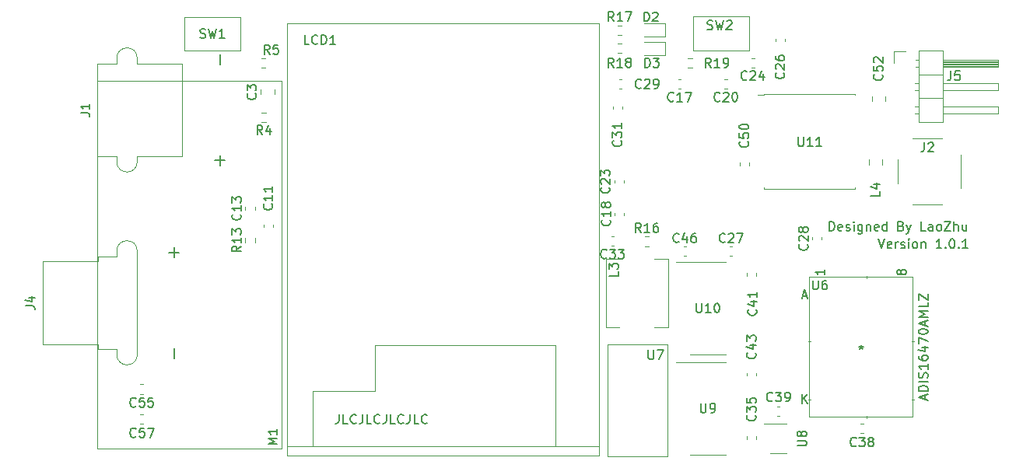
<source format=gbr>
%TF.GenerationSoftware,KiCad,Pcbnew,(5.1.10)-1*%
%TF.CreationDate,2021-12-05T20:13:46+08:00*%
%TF.ProjectId,project,70726f6a-6563-4742-9e6b-696361645f70,1.0.1*%
%TF.SameCoordinates,Original*%
%TF.FileFunction,Legend,Top*%
%TF.FilePolarity,Positive*%
%FSLAX46Y46*%
G04 Gerber Fmt 4.6, Leading zero omitted, Abs format (unit mm)*
G04 Created by KiCad (PCBNEW (5.1.10)-1) date 2021-12-05 20:13:46*
%MOMM*%
%LPD*%
G01*
G04 APERTURE LIST*
%ADD10C,0.150000*%
%ADD11C,0.120000*%
G04 APERTURE END LIST*
D10*
X189995238Y-95152380D02*
X190328571Y-96152380D01*
X190661904Y-95152380D01*
X191376190Y-96104761D02*
X191280952Y-96152380D01*
X191090476Y-96152380D01*
X190995238Y-96104761D01*
X190947619Y-96009523D01*
X190947619Y-95628571D01*
X190995238Y-95533333D01*
X191090476Y-95485714D01*
X191280952Y-95485714D01*
X191376190Y-95533333D01*
X191423809Y-95628571D01*
X191423809Y-95723809D01*
X190947619Y-95819047D01*
X191852380Y-96152380D02*
X191852380Y-95485714D01*
X191852380Y-95676190D02*
X191900000Y-95580952D01*
X191947619Y-95533333D01*
X192042857Y-95485714D01*
X192138095Y-95485714D01*
X192423809Y-96104761D02*
X192519047Y-96152380D01*
X192709523Y-96152380D01*
X192804761Y-96104761D01*
X192852380Y-96009523D01*
X192852380Y-95961904D01*
X192804761Y-95866666D01*
X192709523Y-95819047D01*
X192566666Y-95819047D01*
X192471428Y-95771428D01*
X192423809Y-95676190D01*
X192423809Y-95628571D01*
X192471428Y-95533333D01*
X192566666Y-95485714D01*
X192709523Y-95485714D01*
X192804761Y-95533333D01*
X193280952Y-96152380D02*
X193280952Y-95485714D01*
X193280952Y-95152380D02*
X193233333Y-95200000D01*
X193280952Y-95247619D01*
X193328571Y-95200000D01*
X193280952Y-95152380D01*
X193280952Y-95247619D01*
X193900000Y-96152380D02*
X193804761Y-96104761D01*
X193757142Y-96057142D01*
X193709523Y-95961904D01*
X193709523Y-95676190D01*
X193757142Y-95580952D01*
X193804761Y-95533333D01*
X193900000Y-95485714D01*
X194042857Y-95485714D01*
X194138095Y-95533333D01*
X194185714Y-95580952D01*
X194233333Y-95676190D01*
X194233333Y-95961904D01*
X194185714Y-96057142D01*
X194138095Y-96104761D01*
X194042857Y-96152380D01*
X193900000Y-96152380D01*
X194661904Y-95485714D02*
X194661904Y-96152380D01*
X194661904Y-95580952D02*
X194709523Y-95533333D01*
X194804761Y-95485714D01*
X194947619Y-95485714D01*
X195042857Y-95533333D01*
X195090476Y-95628571D01*
X195090476Y-96152380D01*
X196852380Y-96152380D02*
X196280952Y-96152380D01*
X196566666Y-96152380D02*
X196566666Y-95152380D01*
X196471428Y-95295238D01*
X196376190Y-95390476D01*
X196280952Y-95438095D01*
X197280952Y-96057142D02*
X197328571Y-96104761D01*
X197280952Y-96152380D01*
X197233333Y-96104761D01*
X197280952Y-96057142D01*
X197280952Y-96152380D01*
X197947619Y-95152380D02*
X198042857Y-95152380D01*
X198138095Y-95200000D01*
X198185714Y-95247619D01*
X198233333Y-95342857D01*
X198280952Y-95533333D01*
X198280952Y-95771428D01*
X198233333Y-95961904D01*
X198185714Y-96057142D01*
X198138095Y-96104761D01*
X198042857Y-96152380D01*
X197947619Y-96152380D01*
X197852380Y-96104761D01*
X197804761Y-96057142D01*
X197757142Y-95961904D01*
X197709523Y-95771428D01*
X197709523Y-95533333D01*
X197757142Y-95342857D01*
X197804761Y-95247619D01*
X197852380Y-95200000D01*
X197947619Y-95152380D01*
X198709523Y-96057142D02*
X198757142Y-96104761D01*
X198709523Y-96152380D01*
X198661904Y-96104761D01*
X198709523Y-96057142D01*
X198709523Y-96152380D01*
X199709523Y-96152380D02*
X199138095Y-96152380D01*
X199423809Y-96152380D02*
X199423809Y-95152380D01*
X199328571Y-95295238D01*
X199233333Y-95390476D01*
X199138095Y-95438095D01*
X184647619Y-94252380D02*
X184647619Y-93252380D01*
X184885714Y-93252380D01*
X185028571Y-93300000D01*
X185123809Y-93395238D01*
X185171428Y-93490476D01*
X185219047Y-93680952D01*
X185219047Y-93823809D01*
X185171428Y-94014285D01*
X185123809Y-94109523D01*
X185028571Y-94204761D01*
X184885714Y-94252380D01*
X184647619Y-94252380D01*
X186028571Y-94204761D02*
X185933333Y-94252380D01*
X185742857Y-94252380D01*
X185647619Y-94204761D01*
X185600000Y-94109523D01*
X185600000Y-93728571D01*
X185647619Y-93633333D01*
X185742857Y-93585714D01*
X185933333Y-93585714D01*
X186028571Y-93633333D01*
X186076190Y-93728571D01*
X186076190Y-93823809D01*
X185600000Y-93919047D01*
X186457142Y-94204761D02*
X186552380Y-94252380D01*
X186742857Y-94252380D01*
X186838095Y-94204761D01*
X186885714Y-94109523D01*
X186885714Y-94061904D01*
X186838095Y-93966666D01*
X186742857Y-93919047D01*
X186600000Y-93919047D01*
X186504761Y-93871428D01*
X186457142Y-93776190D01*
X186457142Y-93728571D01*
X186504761Y-93633333D01*
X186600000Y-93585714D01*
X186742857Y-93585714D01*
X186838095Y-93633333D01*
X187314285Y-94252380D02*
X187314285Y-93585714D01*
X187314285Y-93252380D02*
X187266666Y-93300000D01*
X187314285Y-93347619D01*
X187361904Y-93300000D01*
X187314285Y-93252380D01*
X187314285Y-93347619D01*
X188219047Y-93585714D02*
X188219047Y-94395238D01*
X188171428Y-94490476D01*
X188123809Y-94538095D01*
X188028571Y-94585714D01*
X187885714Y-94585714D01*
X187790476Y-94538095D01*
X188219047Y-94204761D02*
X188123809Y-94252380D01*
X187933333Y-94252380D01*
X187838095Y-94204761D01*
X187790476Y-94157142D01*
X187742857Y-94061904D01*
X187742857Y-93776190D01*
X187790476Y-93680952D01*
X187838095Y-93633333D01*
X187933333Y-93585714D01*
X188123809Y-93585714D01*
X188219047Y-93633333D01*
X188695238Y-93585714D02*
X188695238Y-94252380D01*
X188695238Y-93680952D02*
X188742857Y-93633333D01*
X188838095Y-93585714D01*
X188980952Y-93585714D01*
X189076190Y-93633333D01*
X189123809Y-93728571D01*
X189123809Y-94252380D01*
X189980952Y-94204761D02*
X189885714Y-94252380D01*
X189695238Y-94252380D01*
X189600000Y-94204761D01*
X189552380Y-94109523D01*
X189552380Y-93728571D01*
X189600000Y-93633333D01*
X189695238Y-93585714D01*
X189885714Y-93585714D01*
X189980952Y-93633333D01*
X190028571Y-93728571D01*
X190028571Y-93823809D01*
X189552380Y-93919047D01*
X190885714Y-94252380D02*
X190885714Y-93252380D01*
X190885714Y-94204761D02*
X190790476Y-94252380D01*
X190600000Y-94252380D01*
X190504761Y-94204761D01*
X190457142Y-94157142D01*
X190409523Y-94061904D01*
X190409523Y-93776190D01*
X190457142Y-93680952D01*
X190504761Y-93633333D01*
X190600000Y-93585714D01*
X190790476Y-93585714D01*
X190885714Y-93633333D01*
X192457142Y-93728571D02*
X192600000Y-93776190D01*
X192647619Y-93823809D01*
X192695238Y-93919047D01*
X192695238Y-94061904D01*
X192647619Y-94157142D01*
X192600000Y-94204761D01*
X192504761Y-94252380D01*
X192123809Y-94252380D01*
X192123809Y-93252380D01*
X192457142Y-93252380D01*
X192552380Y-93300000D01*
X192600000Y-93347619D01*
X192647619Y-93442857D01*
X192647619Y-93538095D01*
X192600000Y-93633333D01*
X192552380Y-93680952D01*
X192457142Y-93728571D01*
X192123809Y-93728571D01*
X193028571Y-93585714D02*
X193266666Y-94252380D01*
X193504761Y-93585714D02*
X193266666Y-94252380D01*
X193171428Y-94490476D01*
X193123809Y-94538095D01*
X193028571Y-94585714D01*
X195123809Y-94252380D02*
X194647619Y-94252380D01*
X194647619Y-93252380D01*
X195885714Y-94252380D02*
X195885714Y-93728571D01*
X195838095Y-93633333D01*
X195742857Y-93585714D01*
X195552380Y-93585714D01*
X195457142Y-93633333D01*
X195885714Y-94204761D02*
X195790476Y-94252380D01*
X195552380Y-94252380D01*
X195457142Y-94204761D01*
X195409523Y-94109523D01*
X195409523Y-94014285D01*
X195457142Y-93919047D01*
X195552380Y-93871428D01*
X195790476Y-93871428D01*
X195885714Y-93823809D01*
X196504761Y-94252380D02*
X196409523Y-94204761D01*
X196361904Y-94157142D01*
X196314285Y-94061904D01*
X196314285Y-93776190D01*
X196361904Y-93680952D01*
X196409523Y-93633333D01*
X196504761Y-93585714D01*
X196647619Y-93585714D01*
X196742857Y-93633333D01*
X196790476Y-93680952D01*
X196838095Y-93776190D01*
X196838095Y-94061904D01*
X196790476Y-94157142D01*
X196742857Y-94204761D01*
X196647619Y-94252380D01*
X196504761Y-94252380D01*
X197171428Y-93252380D02*
X197838095Y-93252380D01*
X197171428Y-94252380D01*
X197838095Y-94252380D01*
X198219047Y-94252380D02*
X198219047Y-93252380D01*
X198647619Y-94252380D02*
X198647619Y-93728571D01*
X198600000Y-93633333D01*
X198504761Y-93585714D01*
X198361904Y-93585714D01*
X198266666Y-93633333D01*
X198219047Y-93680952D01*
X199552380Y-93585714D02*
X199552380Y-94252380D01*
X199123809Y-93585714D02*
X199123809Y-94109523D01*
X199171428Y-94204761D01*
X199266666Y-94252380D01*
X199409523Y-94252380D01*
X199504761Y-94204761D01*
X199552380Y-94157142D01*
X131280952Y-114252380D02*
X131280952Y-114966666D01*
X131233333Y-115109523D01*
X131138095Y-115204761D01*
X130995238Y-115252380D01*
X130900000Y-115252380D01*
X132233333Y-115252380D02*
X131757142Y-115252380D01*
X131757142Y-114252380D01*
X133138095Y-115157142D02*
X133090476Y-115204761D01*
X132947619Y-115252380D01*
X132852380Y-115252380D01*
X132709523Y-115204761D01*
X132614285Y-115109523D01*
X132566666Y-115014285D01*
X132519047Y-114823809D01*
X132519047Y-114680952D01*
X132566666Y-114490476D01*
X132614285Y-114395238D01*
X132709523Y-114300000D01*
X132852380Y-114252380D01*
X132947619Y-114252380D01*
X133090476Y-114300000D01*
X133138095Y-114347619D01*
X133852380Y-114252380D02*
X133852380Y-114966666D01*
X133804761Y-115109523D01*
X133709523Y-115204761D01*
X133566666Y-115252380D01*
X133471428Y-115252380D01*
X134804761Y-115252380D02*
X134328571Y-115252380D01*
X134328571Y-114252380D01*
X135709523Y-115157142D02*
X135661904Y-115204761D01*
X135519047Y-115252380D01*
X135423809Y-115252380D01*
X135280952Y-115204761D01*
X135185714Y-115109523D01*
X135138095Y-115014285D01*
X135090476Y-114823809D01*
X135090476Y-114680952D01*
X135138095Y-114490476D01*
X135185714Y-114395238D01*
X135280952Y-114300000D01*
X135423809Y-114252380D01*
X135519047Y-114252380D01*
X135661904Y-114300000D01*
X135709523Y-114347619D01*
X136423809Y-114252380D02*
X136423809Y-114966666D01*
X136376190Y-115109523D01*
X136280952Y-115204761D01*
X136138095Y-115252380D01*
X136042857Y-115252380D01*
X137376190Y-115252380D02*
X136900000Y-115252380D01*
X136900000Y-114252380D01*
X138280952Y-115157142D02*
X138233333Y-115204761D01*
X138090476Y-115252380D01*
X137995238Y-115252380D01*
X137852380Y-115204761D01*
X137757142Y-115109523D01*
X137709523Y-115014285D01*
X137661904Y-114823809D01*
X137661904Y-114680952D01*
X137709523Y-114490476D01*
X137757142Y-114395238D01*
X137852380Y-114300000D01*
X137995238Y-114252380D01*
X138090476Y-114252380D01*
X138233333Y-114300000D01*
X138280952Y-114347619D01*
X138995238Y-114252380D02*
X138995238Y-114966666D01*
X138947619Y-115109523D01*
X138852380Y-115204761D01*
X138709523Y-115252380D01*
X138614285Y-115252380D01*
X139947619Y-115252380D02*
X139471428Y-115252380D01*
X139471428Y-114252380D01*
X140852380Y-115157142D02*
X140804761Y-115204761D01*
X140661904Y-115252380D01*
X140566666Y-115252380D01*
X140423809Y-115204761D01*
X140328571Y-115109523D01*
X140280952Y-115014285D01*
X140233333Y-114823809D01*
X140233333Y-114680952D01*
X140280952Y-114490476D01*
X140328571Y-114395238D01*
X140423809Y-114300000D01*
X140566666Y-114252380D01*
X140661904Y-114252380D01*
X140804761Y-114300000D01*
X140852380Y-114347619D01*
D11*
%TO.C,C57*%
X109940580Y-115310000D02*
X109659420Y-115310000D01*
X109940580Y-114290000D02*
X109659420Y-114290000D01*
%TO.C,C55*%
X109940580Y-112010000D02*
X109659420Y-112010000D01*
X109940580Y-110990000D02*
X109659420Y-110990000D01*
%TO.C,C52*%
X190735000Y-79638748D02*
X190735000Y-80161252D01*
X189265000Y-79638748D02*
X189265000Y-80161252D01*
%TO.C,J5*%
X194340000Y-74670000D02*
X194340000Y-82410000D01*
X194340000Y-82410000D02*
X197000000Y-82410000D01*
X197000000Y-82410000D02*
X197000000Y-74670000D01*
X197000000Y-74670000D02*
X194340000Y-74670000D01*
X197000000Y-75620000D02*
X203000000Y-75620000D01*
X203000000Y-75620000D02*
X203000000Y-76380000D01*
X203000000Y-76380000D02*
X197000000Y-76380000D01*
X197000000Y-75680000D02*
X203000000Y-75680000D01*
X197000000Y-75800000D02*
X203000000Y-75800000D01*
X197000000Y-75920000D02*
X203000000Y-75920000D01*
X197000000Y-76040000D02*
X203000000Y-76040000D01*
X197000000Y-76160000D02*
X203000000Y-76160000D01*
X197000000Y-76280000D02*
X203000000Y-76280000D01*
X194010000Y-75620000D02*
X194340000Y-75620000D01*
X194010000Y-76380000D02*
X194340000Y-76380000D01*
X194340000Y-77270000D02*
X197000000Y-77270000D01*
X197000000Y-78160000D02*
X203000000Y-78160000D01*
X203000000Y-78160000D02*
X203000000Y-78920000D01*
X203000000Y-78920000D02*
X197000000Y-78920000D01*
X193942929Y-78160000D02*
X194340000Y-78160000D01*
X193942929Y-78920000D02*
X194340000Y-78920000D01*
X194340000Y-79810000D02*
X197000000Y-79810000D01*
X197000000Y-80700000D02*
X203000000Y-80700000D01*
X203000000Y-80700000D02*
X203000000Y-81460000D01*
X203000000Y-81460000D02*
X197000000Y-81460000D01*
X193942929Y-80700000D02*
X194340000Y-80700000D01*
X193942929Y-81460000D02*
X194340000Y-81460000D01*
X191630000Y-76000000D02*
X191630000Y-74730000D01*
X191630000Y-74730000D02*
X192900000Y-74730000D01*
%TO.C,U11*%
X177540000Y-79340000D02*
X187460000Y-79340000D01*
X177540000Y-89660000D02*
X187460000Y-89660000D01*
X187460000Y-89510000D02*
X187460000Y-89660000D01*
X177540000Y-89510000D02*
X177540000Y-89660000D01*
X187460000Y-79340000D02*
X187460000Y-79490000D01*
X177540000Y-79340000D02*
X177540000Y-79490000D01*
X176850000Y-79490000D02*
X177540000Y-79490000D01*
%TO.C,U10*%
X171400000Y-107760000D02*
X173350000Y-107760000D01*
X171400000Y-107760000D02*
X169450000Y-107760000D01*
X171400000Y-97640000D02*
X173350000Y-97640000D01*
X171400000Y-97640000D02*
X167950000Y-97640000D01*
%TO.C,U9*%
X171400000Y-118660000D02*
X173350000Y-118660000D01*
X171400000Y-118660000D02*
X169450000Y-118660000D01*
X171400000Y-108540000D02*
X173350000Y-108540000D01*
X171400000Y-108540000D02*
X167950000Y-108540000D01*
%TO.C,U8*%
X178200000Y-118510000D02*
X180000000Y-118510000D01*
X180000000Y-115290000D02*
X177550000Y-115290000D01*
%TO.C,U7*%
X167000000Y-118820000D02*
X160500000Y-118820000D01*
X167000000Y-106620000D02*
X160500000Y-106620000D01*
X167000000Y-106620000D02*
X167000000Y-118820000D01*
X160500000Y-106620000D02*
X160500000Y-118820000D01*
%TO.C,U6*%
X182600000Y-106265000D02*
X182346000Y-106265000D01*
X193600000Y-106265000D02*
X193854000Y-106265000D01*
X182600000Y-112615000D02*
X182346000Y-112615000D01*
X193600000Y-112615000D02*
X193854000Y-112615000D01*
X188735000Y-99400000D02*
X188735000Y-99146000D01*
X188735000Y-114400000D02*
X188735000Y-114654000D01*
X182473001Y-114527000D02*
X193726999Y-114527000D01*
X193726999Y-114527000D02*
X193726999Y-99273000D01*
X193726999Y-99273000D02*
X182473001Y-99273000D01*
X182473001Y-99273000D02*
X182473001Y-114527000D01*
%TO.C,SW2*%
X175949600Y-74617667D02*
X169829600Y-74617667D01*
X169829600Y-74617667D02*
X169829600Y-70917667D01*
X169829600Y-70917667D02*
X175949600Y-70917667D01*
X175949600Y-70917667D02*
X175949600Y-74617667D01*
%TO.C,SW1*%
X114440000Y-70950000D02*
X120560000Y-70950000D01*
X120560000Y-70950000D02*
X120560000Y-74650000D01*
X120560000Y-74650000D02*
X114440000Y-74650000D01*
X114440000Y-74650000D02*
X114440000Y-70950000D01*
%TO.C,R19*%
X169237742Y-75477500D02*
X169712258Y-75477500D01*
X169237742Y-76522500D02*
X169712258Y-76522500D01*
%TO.C,R18*%
X161562742Y-73877500D02*
X162037258Y-73877500D01*
X161562742Y-74922500D02*
X162037258Y-74922500D01*
%TO.C,R17*%
X161587742Y-71877500D02*
X162062258Y-71877500D01*
X161587742Y-72922500D02*
X162062258Y-72922500D01*
%TO.C,R16*%
X164537742Y-94877500D02*
X165012258Y-94877500D01*
X164537742Y-95922500D02*
X165012258Y-95922500D01*
%TO.C,R13*%
X121077500Y-95537258D02*
X121077500Y-95062742D01*
X122122500Y-95537258D02*
X122122500Y-95062742D01*
%TO.C,R5*%
X122787742Y-75477500D02*
X123262258Y-75477500D01*
X122787742Y-76522500D02*
X123262258Y-76522500D01*
%TO.C,R4*%
X123337258Y-82422500D02*
X122862742Y-82422500D01*
X123337258Y-81377500D02*
X122862742Y-81377500D01*
%TO.C,M1*%
X105000000Y-117950000D02*
X125000000Y-117950000D01*
X105000000Y-77950000D02*
X105000000Y-117950000D01*
X125000000Y-77950000D02*
X105000000Y-77950000D01*
X125000000Y-117950000D02*
X125000000Y-77950000D01*
%TO.C,LCD1*%
X125600000Y-118700000D02*
X159600000Y-118700000D01*
X135200000Y-111700000D02*
X135200000Y-106700000D01*
X128400000Y-111700000D02*
X135200000Y-111700000D01*
X154800000Y-106700000D02*
X154800000Y-117700000D01*
X135200000Y-106700000D02*
X154800000Y-106700000D01*
X159600000Y-117700000D02*
X125600000Y-117700000D01*
X159600000Y-71700000D02*
X159600000Y-118700000D01*
X125600000Y-71700000D02*
X159600000Y-71700000D01*
X125600000Y-118700000D02*
X125600000Y-71700000D01*
X128400000Y-117700000D02*
X128400000Y-111700000D01*
%TO.C,L4*%
X190410000Y-86513748D02*
X190410000Y-87036252D01*
X188990000Y-86513748D02*
X188990000Y-87036252D01*
%TO.C,L3*%
X160297667Y-97340400D02*
X160297667Y-104740400D01*
X160297667Y-104740400D02*
X161797667Y-104740400D01*
X160297667Y-97340400D02*
X161797667Y-97340400D01*
X167097667Y-104740400D02*
X167097667Y-97340400D01*
X167097667Y-97340400D02*
X165597667Y-97340400D01*
X167097667Y-104740400D02*
X165597667Y-104740400D01*
%TO.C,J4*%
X105040000Y-107160000D02*
X105040000Y-106630000D01*
X109310000Y-107860000D02*
X109310000Y-96340000D01*
X105040000Y-107160000D02*
X107090000Y-107160000D01*
X107090000Y-107860000D02*
X107090000Y-107160000D01*
X107090000Y-97040000D02*
X107090000Y-96340000D01*
X105040000Y-97040000D02*
X107090000Y-97040000D01*
X105040000Y-97570000D02*
X105040000Y-97040000D01*
X99040000Y-97570000D02*
X105040000Y-97570000D01*
X99040000Y-106630000D02*
X99040000Y-97600000D01*
X99040000Y-106630000D02*
X105040000Y-106630000D01*
X107090000Y-96450000D02*
G75*
G02*
X109310000Y-96450000I1110000J0D01*
G01*
X109296635Y-107921729D02*
G75*
G02*
X107090000Y-107750000I-1096635J171729D01*
G01*
%TO.C,J2*%
X196900000Y-84200000D02*
X193700000Y-84200000D01*
X196900000Y-91400000D02*
X193700000Y-91400000D01*
X192100000Y-86500000D02*
X192100000Y-89100000D01*
X198980000Y-86000000D02*
X198980000Y-89600000D01*
%TO.C,J1*%
X104990000Y-86160000D02*
X104990000Y-76040000D01*
X114210000Y-86160000D02*
X114210000Y-76040000D01*
X109310000Y-86160000D02*
X114210000Y-86160000D01*
X104990000Y-86160000D02*
X107090000Y-86160000D01*
X109310000Y-76040000D02*
X114210000Y-76040000D01*
X109310000Y-76040000D02*
X109310000Y-75450000D01*
X107090000Y-76040000D02*
X107090000Y-75450000D01*
X107090000Y-86750000D02*
X107090000Y-86160000D01*
X109310000Y-86750000D02*
X109310000Y-86160000D01*
X104990000Y-76040000D02*
X107090000Y-76040000D01*
X107090000Y-75450000D02*
G75*
G02*
X109310000Y-75450000I1110000J0D01*
G01*
X109310000Y-86750000D02*
G75*
G02*
X107090000Y-86750000I-1110000J0D01*
G01*
%TO.C,D3*%
X164500000Y-75135000D02*
X166785000Y-75135000D01*
X166785000Y-75135000D02*
X166785000Y-73665000D01*
X166785000Y-73665000D02*
X164500000Y-73665000D01*
%TO.C,D2*%
X164500000Y-73135000D02*
X166785000Y-73135000D01*
X166785000Y-73135000D02*
X166785000Y-71665000D01*
X166785000Y-71665000D02*
X164500000Y-71665000D01*
%TO.C,C50*%
X174890000Y-87140580D02*
X174890000Y-86859420D01*
X175910000Y-87140580D02*
X175910000Y-86859420D01*
%TO.C,C46*%
X168759420Y-95990000D02*
X169040580Y-95990000D01*
X168759420Y-97010000D02*
X169040580Y-97010000D01*
%TO.C,C43*%
X176710000Y-109759420D02*
X176710000Y-110040580D01*
X175690000Y-109759420D02*
X175690000Y-110040580D01*
%TO.C,C41*%
X176710000Y-98859420D02*
X176710000Y-99140580D01*
X175690000Y-98859420D02*
X175690000Y-99140580D01*
%TO.C,C39*%
X179240580Y-114410000D02*
X178959420Y-114410000D01*
X179240580Y-113390000D02*
X178959420Y-113390000D01*
%TO.C,C38*%
X188059420Y-115290000D02*
X188340580Y-115290000D01*
X188059420Y-116310000D02*
X188340580Y-116310000D01*
%TO.C,C35*%
X175690000Y-116940580D02*
X175690000Y-116659420D01*
X176710000Y-116940580D02*
X176710000Y-116659420D01*
%TO.C,C33*%
X161165580Y-95910000D02*
X160884420Y-95910000D01*
X161165580Y-94890000D02*
X160884420Y-94890000D01*
%TO.C,C31*%
X162110000Y-80734420D02*
X162110000Y-81015580D01*
X161090000Y-80734420D02*
X161090000Y-81015580D01*
%TO.C,C29*%
X162015580Y-78810000D02*
X161734420Y-78810000D01*
X162015580Y-77790000D02*
X161734420Y-77790000D01*
%TO.C,C28*%
X182790000Y-95240580D02*
X182790000Y-94959420D01*
X183810000Y-95240580D02*
X183810000Y-94959420D01*
%TO.C,C27*%
X173784420Y-95990000D02*
X174065580Y-95990000D01*
X173784420Y-97010000D02*
X174065580Y-97010000D01*
%TO.C,C26*%
X178790000Y-73615580D02*
X178790000Y-73334420D01*
X179810000Y-73615580D02*
X179810000Y-73334420D01*
%TO.C,C24*%
X176184420Y-75490000D02*
X176465580Y-75490000D01*
X176184420Y-76510000D02*
X176465580Y-76510000D01*
%TO.C,C23*%
X162310000Y-88734420D02*
X162310000Y-89015580D01*
X161290000Y-88734420D02*
X161290000Y-89015580D01*
%TO.C,C20*%
X173515580Y-78810000D02*
X173234420Y-78810000D01*
X173515580Y-77790000D02*
X173234420Y-77790000D01*
%TO.C,C18*%
X161290000Y-92565580D02*
X161290000Y-92284420D01*
X162310000Y-92565580D02*
X162310000Y-92284420D01*
%TO.C,C17*%
X168465580Y-78810000D02*
X168184420Y-78810000D01*
X168465580Y-77790000D02*
X168184420Y-77790000D01*
%TO.C,C13*%
X121090000Y-91965580D02*
X121090000Y-91684420D01*
X122110000Y-91965580D02*
X122110000Y-91684420D01*
%TO.C,C11*%
X123090000Y-93865580D02*
X123090000Y-93584420D01*
X124110000Y-93865580D02*
X124110000Y-93584420D01*
%TO.C,C3*%
X122765000Y-79411252D02*
X122765000Y-78888748D01*
X124235000Y-79411252D02*
X124235000Y-78888748D01*
%TO.C,C57*%
D10*
X109157142Y-116657142D02*
X109109523Y-116704761D01*
X108966666Y-116752380D01*
X108871428Y-116752380D01*
X108728571Y-116704761D01*
X108633333Y-116609523D01*
X108585714Y-116514285D01*
X108538095Y-116323809D01*
X108538095Y-116180952D01*
X108585714Y-115990476D01*
X108633333Y-115895238D01*
X108728571Y-115800000D01*
X108871428Y-115752380D01*
X108966666Y-115752380D01*
X109109523Y-115800000D01*
X109157142Y-115847619D01*
X110061904Y-115752380D02*
X109585714Y-115752380D01*
X109538095Y-116228571D01*
X109585714Y-116180952D01*
X109680952Y-116133333D01*
X109919047Y-116133333D01*
X110014285Y-116180952D01*
X110061904Y-116228571D01*
X110109523Y-116323809D01*
X110109523Y-116561904D01*
X110061904Y-116657142D01*
X110014285Y-116704761D01*
X109919047Y-116752380D01*
X109680952Y-116752380D01*
X109585714Y-116704761D01*
X109538095Y-116657142D01*
X110442857Y-115752380D02*
X111109523Y-115752380D01*
X110680952Y-116752380D01*
%TO.C,C55*%
X109157142Y-113357142D02*
X109109523Y-113404761D01*
X108966666Y-113452380D01*
X108871428Y-113452380D01*
X108728571Y-113404761D01*
X108633333Y-113309523D01*
X108585714Y-113214285D01*
X108538095Y-113023809D01*
X108538095Y-112880952D01*
X108585714Y-112690476D01*
X108633333Y-112595238D01*
X108728571Y-112500000D01*
X108871428Y-112452380D01*
X108966666Y-112452380D01*
X109109523Y-112500000D01*
X109157142Y-112547619D01*
X110061904Y-112452380D02*
X109585714Y-112452380D01*
X109538095Y-112928571D01*
X109585714Y-112880952D01*
X109680952Y-112833333D01*
X109919047Y-112833333D01*
X110014285Y-112880952D01*
X110061904Y-112928571D01*
X110109523Y-113023809D01*
X110109523Y-113261904D01*
X110061904Y-113357142D01*
X110014285Y-113404761D01*
X109919047Y-113452380D01*
X109680952Y-113452380D01*
X109585714Y-113404761D01*
X109538095Y-113357142D01*
X111014285Y-112452380D02*
X110538095Y-112452380D01*
X110490476Y-112928571D01*
X110538095Y-112880952D01*
X110633333Y-112833333D01*
X110871428Y-112833333D01*
X110966666Y-112880952D01*
X111014285Y-112928571D01*
X111061904Y-113023809D01*
X111061904Y-113261904D01*
X111014285Y-113357142D01*
X110966666Y-113404761D01*
X110871428Y-113452380D01*
X110633333Y-113452380D01*
X110538095Y-113404761D01*
X110490476Y-113357142D01*
%TO.C,C52*%
X190357142Y-77242857D02*
X190404761Y-77290476D01*
X190452380Y-77433333D01*
X190452380Y-77528571D01*
X190404761Y-77671428D01*
X190309523Y-77766666D01*
X190214285Y-77814285D01*
X190023809Y-77861904D01*
X189880952Y-77861904D01*
X189690476Y-77814285D01*
X189595238Y-77766666D01*
X189500000Y-77671428D01*
X189452380Y-77528571D01*
X189452380Y-77433333D01*
X189500000Y-77290476D01*
X189547619Y-77242857D01*
X189452380Y-76338095D02*
X189452380Y-76814285D01*
X189928571Y-76861904D01*
X189880952Y-76814285D01*
X189833333Y-76719047D01*
X189833333Y-76480952D01*
X189880952Y-76385714D01*
X189928571Y-76338095D01*
X190023809Y-76290476D01*
X190261904Y-76290476D01*
X190357142Y-76338095D01*
X190404761Y-76385714D01*
X190452380Y-76480952D01*
X190452380Y-76719047D01*
X190404761Y-76814285D01*
X190357142Y-76861904D01*
X189547619Y-75909523D02*
X189500000Y-75861904D01*
X189452380Y-75766666D01*
X189452380Y-75528571D01*
X189500000Y-75433333D01*
X189547619Y-75385714D01*
X189642857Y-75338095D01*
X189738095Y-75338095D01*
X189880952Y-75385714D01*
X190452380Y-75957142D01*
X190452380Y-75338095D01*
%TO.C,J5*%
X197866666Y-76852380D02*
X197866666Y-77566666D01*
X197819047Y-77709523D01*
X197723809Y-77804761D01*
X197580952Y-77852380D01*
X197485714Y-77852380D01*
X198819047Y-76852380D02*
X198342857Y-76852380D01*
X198295238Y-77328571D01*
X198342857Y-77280952D01*
X198438095Y-77233333D01*
X198676190Y-77233333D01*
X198771428Y-77280952D01*
X198819047Y-77328571D01*
X198866666Y-77423809D01*
X198866666Y-77661904D01*
X198819047Y-77757142D01*
X198771428Y-77804761D01*
X198676190Y-77852380D01*
X198438095Y-77852380D01*
X198342857Y-77804761D01*
X198295238Y-77757142D01*
%TO.C,U11*%
X181261904Y-84052380D02*
X181261904Y-84861904D01*
X181309523Y-84957142D01*
X181357142Y-85004761D01*
X181452380Y-85052380D01*
X181642857Y-85052380D01*
X181738095Y-85004761D01*
X181785714Y-84957142D01*
X181833333Y-84861904D01*
X181833333Y-84052380D01*
X182833333Y-85052380D02*
X182261904Y-85052380D01*
X182547619Y-85052380D02*
X182547619Y-84052380D01*
X182452380Y-84195238D01*
X182357142Y-84290476D01*
X182261904Y-84338095D01*
X183785714Y-85052380D02*
X183214285Y-85052380D01*
X183500000Y-85052380D02*
X183500000Y-84052380D01*
X183404761Y-84195238D01*
X183309523Y-84290476D01*
X183214285Y-84338095D01*
%TO.C,U10*%
X170161904Y-102152380D02*
X170161904Y-102961904D01*
X170209523Y-103057142D01*
X170257142Y-103104761D01*
X170352380Y-103152380D01*
X170542857Y-103152380D01*
X170638095Y-103104761D01*
X170685714Y-103057142D01*
X170733333Y-102961904D01*
X170733333Y-102152380D01*
X171733333Y-103152380D02*
X171161904Y-103152380D01*
X171447619Y-103152380D02*
X171447619Y-102152380D01*
X171352380Y-102295238D01*
X171257142Y-102390476D01*
X171161904Y-102438095D01*
X172352380Y-102152380D02*
X172447619Y-102152380D01*
X172542857Y-102200000D01*
X172590476Y-102247619D01*
X172638095Y-102342857D01*
X172685714Y-102533333D01*
X172685714Y-102771428D01*
X172638095Y-102961904D01*
X172590476Y-103057142D01*
X172542857Y-103104761D01*
X172447619Y-103152380D01*
X172352380Y-103152380D01*
X172257142Y-103104761D01*
X172209523Y-103057142D01*
X172161904Y-102961904D01*
X172114285Y-102771428D01*
X172114285Y-102533333D01*
X172161904Y-102342857D01*
X172209523Y-102247619D01*
X172257142Y-102200000D01*
X172352380Y-102152380D01*
%TO.C,U9*%
X170638095Y-113052380D02*
X170638095Y-113861904D01*
X170685714Y-113957142D01*
X170733333Y-114004761D01*
X170828571Y-114052380D01*
X171019047Y-114052380D01*
X171114285Y-114004761D01*
X171161904Y-113957142D01*
X171209523Y-113861904D01*
X171209523Y-113052380D01*
X171733333Y-114052380D02*
X171923809Y-114052380D01*
X172019047Y-114004761D01*
X172066666Y-113957142D01*
X172161904Y-113814285D01*
X172209523Y-113623809D01*
X172209523Y-113242857D01*
X172161904Y-113147619D01*
X172114285Y-113100000D01*
X172019047Y-113052380D01*
X171828571Y-113052380D01*
X171733333Y-113100000D01*
X171685714Y-113147619D01*
X171638095Y-113242857D01*
X171638095Y-113480952D01*
X171685714Y-113576190D01*
X171733333Y-113623809D01*
X171828571Y-113671428D01*
X172019047Y-113671428D01*
X172114285Y-113623809D01*
X172161904Y-113576190D01*
X172209523Y-113480952D01*
%TO.C,U8*%
X181152380Y-117661904D02*
X181961904Y-117661904D01*
X182057142Y-117614285D01*
X182104761Y-117566666D01*
X182152380Y-117471428D01*
X182152380Y-117280952D01*
X182104761Y-117185714D01*
X182057142Y-117138095D01*
X181961904Y-117090476D01*
X181152380Y-117090476D01*
X181580952Y-116471428D02*
X181533333Y-116566666D01*
X181485714Y-116614285D01*
X181390476Y-116661904D01*
X181342857Y-116661904D01*
X181247619Y-116614285D01*
X181200000Y-116566666D01*
X181152380Y-116471428D01*
X181152380Y-116280952D01*
X181200000Y-116185714D01*
X181247619Y-116138095D01*
X181342857Y-116090476D01*
X181390476Y-116090476D01*
X181485714Y-116138095D01*
X181533333Y-116185714D01*
X181580952Y-116280952D01*
X181580952Y-116471428D01*
X181628571Y-116566666D01*
X181676190Y-116614285D01*
X181771428Y-116661904D01*
X181961904Y-116661904D01*
X182057142Y-116614285D01*
X182104761Y-116566666D01*
X182152380Y-116471428D01*
X182152380Y-116280952D01*
X182104761Y-116185714D01*
X182057142Y-116138095D01*
X181961904Y-116090476D01*
X181771428Y-116090476D01*
X181676190Y-116138095D01*
X181628571Y-116185714D01*
X181580952Y-116280952D01*
%TO.C,U7*%
X164938095Y-107252380D02*
X164938095Y-108061904D01*
X164985714Y-108157142D01*
X165033333Y-108204761D01*
X165128571Y-108252380D01*
X165319047Y-108252380D01*
X165414285Y-108204761D01*
X165461904Y-108157142D01*
X165509523Y-108061904D01*
X165509523Y-107252380D01*
X165890476Y-107252380D02*
X166557142Y-107252380D01*
X166128571Y-108252380D01*
%TO.C,U6*%
X182838095Y-99652380D02*
X182838095Y-100461904D01*
X182885714Y-100557142D01*
X182933333Y-100604761D01*
X183028571Y-100652380D01*
X183219047Y-100652380D01*
X183314285Y-100604761D01*
X183361904Y-100557142D01*
X183409523Y-100461904D01*
X183409523Y-99652380D01*
X184314285Y-99652380D02*
X184123809Y-99652380D01*
X184028571Y-99700000D01*
X183980952Y-99747619D01*
X183885714Y-99890476D01*
X183838095Y-100080952D01*
X183838095Y-100461904D01*
X183885714Y-100557142D01*
X183933333Y-100604761D01*
X184028571Y-100652380D01*
X184219047Y-100652380D01*
X184314285Y-100604761D01*
X184361904Y-100557142D01*
X184409523Y-100461904D01*
X184409523Y-100223809D01*
X184361904Y-100128571D01*
X184314285Y-100080952D01*
X184219047Y-100033333D01*
X184028571Y-100033333D01*
X183933333Y-100080952D01*
X183885714Y-100128571D01*
X183838095Y-100223809D01*
X195066666Y-112614285D02*
X195066666Y-112138095D01*
X195352380Y-112709523D02*
X194352380Y-112376190D01*
X195352380Y-112042857D01*
X195352380Y-111709523D02*
X194352380Y-111709523D01*
X194352380Y-111471428D01*
X194400000Y-111328571D01*
X194495238Y-111233333D01*
X194590476Y-111185714D01*
X194780952Y-111138095D01*
X194923809Y-111138095D01*
X195114285Y-111185714D01*
X195209523Y-111233333D01*
X195304761Y-111328571D01*
X195352380Y-111471428D01*
X195352380Y-111709523D01*
X195352380Y-110709523D02*
X194352380Y-110709523D01*
X195304761Y-110280952D02*
X195352380Y-110138095D01*
X195352380Y-109900000D01*
X195304761Y-109804761D01*
X195257142Y-109757142D01*
X195161904Y-109709523D01*
X195066666Y-109709523D01*
X194971428Y-109757142D01*
X194923809Y-109804761D01*
X194876190Y-109900000D01*
X194828571Y-110090476D01*
X194780952Y-110185714D01*
X194733333Y-110233333D01*
X194638095Y-110280952D01*
X194542857Y-110280952D01*
X194447619Y-110233333D01*
X194400000Y-110185714D01*
X194352380Y-110090476D01*
X194352380Y-109852380D01*
X194400000Y-109709523D01*
X195352380Y-108757142D02*
X195352380Y-109328571D01*
X195352380Y-109042857D02*
X194352380Y-109042857D01*
X194495238Y-109138095D01*
X194590476Y-109233333D01*
X194638095Y-109328571D01*
X194352380Y-107900000D02*
X194352380Y-108090476D01*
X194400000Y-108185714D01*
X194447619Y-108233333D01*
X194590476Y-108328571D01*
X194780952Y-108376190D01*
X195161904Y-108376190D01*
X195257142Y-108328571D01*
X195304761Y-108280952D01*
X195352380Y-108185714D01*
X195352380Y-107995238D01*
X195304761Y-107900000D01*
X195257142Y-107852380D01*
X195161904Y-107804761D01*
X194923809Y-107804761D01*
X194828571Y-107852380D01*
X194780952Y-107900000D01*
X194733333Y-107995238D01*
X194733333Y-108185714D01*
X194780952Y-108280952D01*
X194828571Y-108328571D01*
X194923809Y-108376190D01*
X194685714Y-106947619D02*
X195352380Y-106947619D01*
X194304761Y-107185714D02*
X195019047Y-107423809D01*
X195019047Y-106804761D01*
X194352380Y-106519047D02*
X194352380Y-105852380D01*
X195352380Y-106280952D01*
X194352380Y-105280952D02*
X194352380Y-105185714D01*
X194400000Y-105090476D01*
X194447619Y-105042857D01*
X194542857Y-104995238D01*
X194733333Y-104947619D01*
X194971428Y-104947619D01*
X195161904Y-104995238D01*
X195257142Y-105042857D01*
X195304761Y-105090476D01*
X195352380Y-105185714D01*
X195352380Y-105280952D01*
X195304761Y-105376190D01*
X195257142Y-105423809D01*
X195161904Y-105471428D01*
X194971428Y-105519047D01*
X194733333Y-105519047D01*
X194542857Y-105471428D01*
X194447619Y-105423809D01*
X194400000Y-105376190D01*
X194352380Y-105280952D01*
X195066666Y-104566666D02*
X195066666Y-104090476D01*
X195352380Y-104661904D02*
X194352380Y-104328571D01*
X195352380Y-103995238D01*
X195352380Y-103661904D02*
X194352380Y-103661904D01*
X195066666Y-103328571D01*
X194352380Y-102995238D01*
X195352380Y-102995238D01*
X195352380Y-102042857D02*
X195352380Y-102519047D01*
X194352380Y-102519047D01*
X194352380Y-101804761D02*
X194352380Y-101138095D01*
X195352380Y-101804761D01*
X195352380Y-101138095D01*
X188100000Y-106752380D02*
X188100000Y-106990476D01*
X187861904Y-106895238D02*
X188100000Y-106990476D01*
X188338095Y-106895238D01*
X187957142Y-107180952D02*
X188100000Y-106990476D01*
X188242857Y-107180952D01*
X181726904Y-101351666D02*
X182203095Y-101351666D01*
X181631666Y-101637380D02*
X181965000Y-100637380D01*
X182298333Y-101637380D01*
X181703095Y-113067380D02*
X181703095Y-112067380D01*
X182274523Y-113067380D02*
X181845952Y-112495952D01*
X182274523Y-112067380D02*
X181703095Y-112638809D01*
X184107380Y-98479285D02*
X184107380Y-99050714D01*
X184107380Y-98765000D02*
X183107380Y-98765000D01*
X183250238Y-98860238D01*
X183345476Y-98955476D01*
X183393095Y-99050714D01*
X192425952Y-98860238D02*
X192378333Y-98955476D01*
X192330714Y-99003095D01*
X192235476Y-99050714D01*
X192187857Y-99050714D01*
X192092619Y-99003095D01*
X192045000Y-98955476D01*
X191997380Y-98860238D01*
X191997380Y-98669761D01*
X192045000Y-98574523D01*
X192092619Y-98526904D01*
X192187857Y-98479285D01*
X192235476Y-98479285D01*
X192330714Y-98526904D01*
X192378333Y-98574523D01*
X192425952Y-98669761D01*
X192425952Y-98860238D01*
X192473571Y-98955476D01*
X192521190Y-99003095D01*
X192616428Y-99050714D01*
X192806904Y-99050714D01*
X192902142Y-99003095D01*
X192949761Y-98955476D01*
X192997380Y-98860238D01*
X192997380Y-98669761D01*
X192949761Y-98574523D01*
X192902142Y-98526904D01*
X192806904Y-98479285D01*
X192616428Y-98479285D01*
X192521190Y-98526904D01*
X192473571Y-98574523D01*
X192425952Y-98669761D01*
%TO.C,SW2*%
X171366666Y-72304761D02*
X171509523Y-72352380D01*
X171747619Y-72352380D01*
X171842857Y-72304761D01*
X171890476Y-72257142D01*
X171938095Y-72161904D01*
X171938095Y-72066666D01*
X171890476Y-71971428D01*
X171842857Y-71923809D01*
X171747619Y-71876190D01*
X171557142Y-71828571D01*
X171461904Y-71780952D01*
X171414285Y-71733333D01*
X171366666Y-71638095D01*
X171366666Y-71542857D01*
X171414285Y-71447619D01*
X171461904Y-71400000D01*
X171557142Y-71352380D01*
X171795238Y-71352380D01*
X171938095Y-71400000D01*
X172271428Y-71352380D02*
X172509523Y-72352380D01*
X172700000Y-71638095D01*
X172890476Y-72352380D01*
X173128571Y-71352380D01*
X173461904Y-71447619D02*
X173509523Y-71400000D01*
X173604761Y-71352380D01*
X173842857Y-71352380D01*
X173938095Y-71400000D01*
X173985714Y-71447619D01*
X174033333Y-71542857D01*
X174033333Y-71638095D01*
X173985714Y-71780952D01*
X173414285Y-72352380D01*
X174033333Y-72352380D01*
%TO.C,SW1*%
X116166666Y-73204761D02*
X116309523Y-73252380D01*
X116547619Y-73252380D01*
X116642857Y-73204761D01*
X116690476Y-73157142D01*
X116738095Y-73061904D01*
X116738095Y-72966666D01*
X116690476Y-72871428D01*
X116642857Y-72823809D01*
X116547619Y-72776190D01*
X116357142Y-72728571D01*
X116261904Y-72680952D01*
X116214285Y-72633333D01*
X116166666Y-72538095D01*
X116166666Y-72442857D01*
X116214285Y-72347619D01*
X116261904Y-72300000D01*
X116357142Y-72252380D01*
X116595238Y-72252380D01*
X116738095Y-72300000D01*
X117071428Y-72252380D02*
X117309523Y-73252380D01*
X117500000Y-72538095D01*
X117690476Y-73252380D01*
X117928571Y-72252380D01*
X118833333Y-73252380D02*
X118261904Y-73252380D01*
X118547619Y-73252380D02*
X118547619Y-72252380D01*
X118452380Y-72395238D01*
X118357142Y-72490476D01*
X118261904Y-72538095D01*
%TO.C,R19*%
X171757142Y-76452380D02*
X171423809Y-75976190D01*
X171185714Y-76452380D02*
X171185714Y-75452380D01*
X171566666Y-75452380D01*
X171661904Y-75500000D01*
X171709523Y-75547619D01*
X171757142Y-75642857D01*
X171757142Y-75785714D01*
X171709523Y-75880952D01*
X171661904Y-75928571D01*
X171566666Y-75976190D01*
X171185714Y-75976190D01*
X172709523Y-76452380D02*
X172138095Y-76452380D01*
X172423809Y-76452380D02*
X172423809Y-75452380D01*
X172328571Y-75595238D01*
X172233333Y-75690476D01*
X172138095Y-75738095D01*
X173185714Y-76452380D02*
X173376190Y-76452380D01*
X173471428Y-76404761D01*
X173519047Y-76357142D01*
X173614285Y-76214285D01*
X173661904Y-76023809D01*
X173661904Y-75642857D01*
X173614285Y-75547619D01*
X173566666Y-75500000D01*
X173471428Y-75452380D01*
X173280952Y-75452380D01*
X173185714Y-75500000D01*
X173138095Y-75547619D01*
X173090476Y-75642857D01*
X173090476Y-75880952D01*
X173138095Y-75976190D01*
X173185714Y-76023809D01*
X173280952Y-76071428D01*
X173471428Y-76071428D01*
X173566666Y-76023809D01*
X173614285Y-75976190D01*
X173661904Y-75880952D01*
%TO.C,R18*%
X161157142Y-76452380D02*
X160823809Y-75976190D01*
X160585714Y-76452380D02*
X160585714Y-75452380D01*
X160966666Y-75452380D01*
X161061904Y-75500000D01*
X161109523Y-75547619D01*
X161157142Y-75642857D01*
X161157142Y-75785714D01*
X161109523Y-75880952D01*
X161061904Y-75928571D01*
X160966666Y-75976190D01*
X160585714Y-75976190D01*
X162109523Y-76452380D02*
X161538095Y-76452380D01*
X161823809Y-76452380D02*
X161823809Y-75452380D01*
X161728571Y-75595238D01*
X161633333Y-75690476D01*
X161538095Y-75738095D01*
X162680952Y-75880952D02*
X162585714Y-75833333D01*
X162538095Y-75785714D01*
X162490476Y-75690476D01*
X162490476Y-75642857D01*
X162538095Y-75547619D01*
X162585714Y-75500000D01*
X162680952Y-75452380D01*
X162871428Y-75452380D01*
X162966666Y-75500000D01*
X163014285Y-75547619D01*
X163061904Y-75642857D01*
X163061904Y-75690476D01*
X163014285Y-75785714D01*
X162966666Y-75833333D01*
X162871428Y-75880952D01*
X162680952Y-75880952D01*
X162585714Y-75928571D01*
X162538095Y-75976190D01*
X162490476Y-76071428D01*
X162490476Y-76261904D01*
X162538095Y-76357142D01*
X162585714Y-76404761D01*
X162680952Y-76452380D01*
X162871428Y-76452380D01*
X162966666Y-76404761D01*
X163014285Y-76357142D01*
X163061904Y-76261904D01*
X163061904Y-76071428D01*
X163014285Y-75976190D01*
X162966666Y-75928571D01*
X162871428Y-75880952D01*
%TO.C,R17*%
X161182142Y-71422380D02*
X160848809Y-70946190D01*
X160610714Y-71422380D02*
X160610714Y-70422380D01*
X160991666Y-70422380D01*
X161086904Y-70470000D01*
X161134523Y-70517619D01*
X161182142Y-70612857D01*
X161182142Y-70755714D01*
X161134523Y-70850952D01*
X161086904Y-70898571D01*
X160991666Y-70946190D01*
X160610714Y-70946190D01*
X162134523Y-71422380D02*
X161563095Y-71422380D01*
X161848809Y-71422380D02*
X161848809Y-70422380D01*
X161753571Y-70565238D01*
X161658333Y-70660476D01*
X161563095Y-70708095D01*
X162467857Y-70422380D02*
X163134523Y-70422380D01*
X162705952Y-71422380D01*
%TO.C,R16*%
X164132142Y-94422380D02*
X163798809Y-93946190D01*
X163560714Y-94422380D02*
X163560714Y-93422380D01*
X163941666Y-93422380D01*
X164036904Y-93470000D01*
X164084523Y-93517619D01*
X164132142Y-93612857D01*
X164132142Y-93755714D01*
X164084523Y-93850952D01*
X164036904Y-93898571D01*
X163941666Y-93946190D01*
X163560714Y-93946190D01*
X165084523Y-94422380D02*
X164513095Y-94422380D01*
X164798809Y-94422380D02*
X164798809Y-93422380D01*
X164703571Y-93565238D01*
X164608333Y-93660476D01*
X164513095Y-93708095D01*
X165941666Y-93422380D02*
X165751190Y-93422380D01*
X165655952Y-93470000D01*
X165608333Y-93517619D01*
X165513095Y-93660476D01*
X165465476Y-93850952D01*
X165465476Y-94231904D01*
X165513095Y-94327142D01*
X165560714Y-94374761D01*
X165655952Y-94422380D01*
X165846428Y-94422380D01*
X165941666Y-94374761D01*
X165989285Y-94327142D01*
X166036904Y-94231904D01*
X166036904Y-93993809D01*
X165989285Y-93898571D01*
X165941666Y-93850952D01*
X165846428Y-93803333D01*
X165655952Y-93803333D01*
X165560714Y-93850952D01*
X165513095Y-93898571D01*
X165465476Y-93993809D01*
%TO.C,R13*%
X120622380Y-95942857D02*
X120146190Y-96276190D01*
X120622380Y-96514285D02*
X119622380Y-96514285D01*
X119622380Y-96133333D01*
X119670000Y-96038095D01*
X119717619Y-95990476D01*
X119812857Y-95942857D01*
X119955714Y-95942857D01*
X120050952Y-95990476D01*
X120098571Y-96038095D01*
X120146190Y-96133333D01*
X120146190Y-96514285D01*
X120622380Y-94990476D02*
X120622380Y-95561904D01*
X120622380Y-95276190D02*
X119622380Y-95276190D01*
X119765238Y-95371428D01*
X119860476Y-95466666D01*
X119908095Y-95561904D01*
X119622380Y-94657142D02*
X119622380Y-94038095D01*
X120003333Y-94371428D01*
X120003333Y-94228571D01*
X120050952Y-94133333D01*
X120098571Y-94085714D01*
X120193809Y-94038095D01*
X120431904Y-94038095D01*
X120527142Y-94085714D01*
X120574761Y-94133333D01*
X120622380Y-94228571D01*
X120622380Y-94514285D01*
X120574761Y-94609523D01*
X120527142Y-94657142D01*
%TO.C,R5*%
X123733333Y-75022380D02*
X123400000Y-74546190D01*
X123161904Y-75022380D02*
X123161904Y-74022380D01*
X123542857Y-74022380D01*
X123638095Y-74070000D01*
X123685714Y-74117619D01*
X123733333Y-74212857D01*
X123733333Y-74355714D01*
X123685714Y-74450952D01*
X123638095Y-74498571D01*
X123542857Y-74546190D01*
X123161904Y-74546190D01*
X124638095Y-74022380D02*
X124161904Y-74022380D01*
X124114285Y-74498571D01*
X124161904Y-74450952D01*
X124257142Y-74403333D01*
X124495238Y-74403333D01*
X124590476Y-74450952D01*
X124638095Y-74498571D01*
X124685714Y-74593809D01*
X124685714Y-74831904D01*
X124638095Y-74927142D01*
X124590476Y-74974761D01*
X124495238Y-75022380D01*
X124257142Y-75022380D01*
X124161904Y-74974761D01*
X124114285Y-74927142D01*
%TO.C,R4*%
X122933333Y-83782380D02*
X122600000Y-83306190D01*
X122361904Y-83782380D02*
X122361904Y-82782380D01*
X122742857Y-82782380D01*
X122838095Y-82830000D01*
X122885714Y-82877619D01*
X122933333Y-82972857D01*
X122933333Y-83115714D01*
X122885714Y-83210952D01*
X122838095Y-83258571D01*
X122742857Y-83306190D01*
X122361904Y-83306190D01*
X123790476Y-83115714D02*
X123790476Y-83782380D01*
X123552380Y-82734761D02*
X123314285Y-83449047D01*
X123933333Y-83449047D01*
%TO.C,M1*%
X124552380Y-117509523D02*
X123552380Y-117509523D01*
X124266666Y-117176190D01*
X123552380Y-116842857D01*
X124552380Y-116842857D01*
X124552380Y-115842857D02*
X124552380Y-116414285D01*
X124552380Y-116128571D02*
X123552380Y-116128571D01*
X123695238Y-116223809D01*
X123790476Y-116319047D01*
X123838095Y-116414285D01*
%TO.C,LCD1*%
X128033333Y-73952380D02*
X127557142Y-73952380D01*
X127557142Y-72952380D01*
X128938095Y-73857142D02*
X128890476Y-73904761D01*
X128747619Y-73952380D01*
X128652380Y-73952380D01*
X128509523Y-73904761D01*
X128414285Y-73809523D01*
X128366666Y-73714285D01*
X128319047Y-73523809D01*
X128319047Y-73380952D01*
X128366666Y-73190476D01*
X128414285Y-73095238D01*
X128509523Y-73000000D01*
X128652380Y-72952380D01*
X128747619Y-72952380D01*
X128890476Y-73000000D01*
X128938095Y-73047619D01*
X129366666Y-73952380D02*
X129366666Y-72952380D01*
X129604761Y-72952380D01*
X129747619Y-73000000D01*
X129842857Y-73095238D01*
X129890476Y-73190476D01*
X129938095Y-73380952D01*
X129938095Y-73523809D01*
X129890476Y-73714285D01*
X129842857Y-73809523D01*
X129747619Y-73904761D01*
X129604761Y-73952380D01*
X129366666Y-73952380D01*
X130890476Y-73952380D02*
X130319047Y-73952380D01*
X130604761Y-73952380D02*
X130604761Y-72952380D01*
X130509523Y-73095238D01*
X130414285Y-73190476D01*
X130319047Y-73238095D01*
%TO.C,L4*%
X190152380Y-89966666D02*
X190152380Y-90442857D01*
X189152380Y-90442857D01*
X189485714Y-89204761D02*
X190152380Y-89204761D01*
X189104761Y-89442857D02*
X189819047Y-89680952D01*
X189819047Y-89061904D01*
%TO.C,L3*%
X161652380Y-98666666D02*
X161652380Y-99142857D01*
X160652380Y-99142857D01*
X160652380Y-98428571D02*
X160652380Y-97809523D01*
X161033333Y-98142857D01*
X161033333Y-98000000D01*
X161080952Y-97904761D01*
X161128571Y-97857142D01*
X161223809Y-97809523D01*
X161461904Y-97809523D01*
X161557142Y-97857142D01*
X161604761Y-97904761D01*
X161652380Y-98000000D01*
X161652380Y-98285714D01*
X161604761Y-98380952D01*
X161557142Y-98428571D01*
%TO.C,J4*%
X97152380Y-102433333D02*
X97866666Y-102433333D01*
X98009523Y-102480952D01*
X98104761Y-102576190D01*
X98152380Y-102719047D01*
X98152380Y-102814285D01*
X97485714Y-101528571D02*
X98152380Y-101528571D01*
X97104761Y-101766666D02*
X97819047Y-102004761D01*
X97819047Y-101385714D01*
X113307142Y-108171428D02*
X113307142Y-107028571D01*
X113307142Y-97171428D02*
X113307142Y-96028571D01*
X113878571Y-96600000D02*
X112735714Y-96600000D01*
%TO.C,J2*%
X194966666Y-84652380D02*
X194966666Y-85366666D01*
X194919047Y-85509523D01*
X194823809Y-85604761D01*
X194680952Y-85652380D01*
X194585714Y-85652380D01*
X195395238Y-84747619D02*
X195442857Y-84700000D01*
X195538095Y-84652380D01*
X195776190Y-84652380D01*
X195871428Y-84700000D01*
X195919047Y-84747619D01*
X195966666Y-84842857D01*
X195966666Y-84938095D01*
X195919047Y-85080952D01*
X195347619Y-85652380D01*
X195966666Y-85652380D01*
%TO.C,J1*%
X103152380Y-81433333D02*
X103866666Y-81433333D01*
X104009523Y-81480952D01*
X104104761Y-81576190D01*
X104152380Y-81719047D01*
X104152380Y-81814285D01*
X104152380Y-80433333D02*
X104152380Y-81004761D01*
X104152380Y-80719047D02*
X103152380Y-80719047D01*
X103295238Y-80814285D01*
X103390476Y-80909523D01*
X103438095Y-81004761D01*
X118307142Y-87171428D02*
X118307142Y-86028571D01*
X118878571Y-86600000D02*
X117735714Y-86600000D01*
X118307142Y-76171428D02*
X118307142Y-75028571D01*
%TO.C,D3*%
X164561904Y-76452380D02*
X164561904Y-75452380D01*
X164800000Y-75452380D01*
X164942857Y-75500000D01*
X165038095Y-75595238D01*
X165085714Y-75690476D01*
X165133333Y-75880952D01*
X165133333Y-76023809D01*
X165085714Y-76214285D01*
X165038095Y-76309523D01*
X164942857Y-76404761D01*
X164800000Y-76452380D01*
X164561904Y-76452380D01*
X165466666Y-75452380D02*
X166085714Y-75452380D01*
X165752380Y-75833333D01*
X165895238Y-75833333D01*
X165990476Y-75880952D01*
X166038095Y-75928571D01*
X166085714Y-76023809D01*
X166085714Y-76261904D01*
X166038095Y-76357142D01*
X165990476Y-76404761D01*
X165895238Y-76452380D01*
X165609523Y-76452380D01*
X165514285Y-76404761D01*
X165466666Y-76357142D01*
%TO.C,D2*%
X164461904Y-71452380D02*
X164461904Y-70452380D01*
X164700000Y-70452380D01*
X164842857Y-70500000D01*
X164938095Y-70595238D01*
X164985714Y-70690476D01*
X165033333Y-70880952D01*
X165033333Y-71023809D01*
X164985714Y-71214285D01*
X164938095Y-71309523D01*
X164842857Y-71404761D01*
X164700000Y-71452380D01*
X164461904Y-71452380D01*
X165414285Y-70547619D02*
X165461904Y-70500000D01*
X165557142Y-70452380D01*
X165795238Y-70452380D01*
X165890476Y-70500000D01*
X165938095Y-70547619D01*
X165985714Y-70642857D01*
X165985714Y-70738095D01*
X165938095Y-70880952D01*
X165366666Y-71452380D01*
X165985714Y-71452380D01*
%TO.C,C50*%
X175757142Y-84542857D02*
X175804761Y-84590476D01*
X175852380Y-84733333D01*
X175852380Y-84828571D01*
X175804761Y-84971428D01*
X175709523Y-85066666D01*
X175614285Y-85114285D01*
X175423809Y-85161904D01*
X175280952Y-85161904D01*
X175090476Y-85114285D01*
X174995238Y-85066666D01*
X174900000Y-84971428D01*
X174852380Y-84828571D01*
X174852380Y-84733333D01*
X174900000Y-84590476D01*
X174947619Y-84542857D01*
X174852380Y-83638095D02*
X174852380Y-84114285D01*
X175328571Y-84161904D01*
X175280952Y-84114285D01*
X175233333Y-84019047D01*
X175233333Y-83780952D01*
X175280952Y-83685714D01*
X175328571Y-83638095D01*
X175423809Y-83590476D01*
X175661904Y-83590476D01*
X175757142Y-83638095D01*
X175804761Y-83685714D01*
X175852380Y-83780952D01*
X175852380Y-84019047D01*
X175804761Y-84114285D01*
X175757142Y-84161904D01*
X174852380Y-82971428D02*
X174852380Y-82876190D01*
X174900000Y-82780952D01*
X174947619Y-82733333D01*
X175042857Y-82685714D01*
X175233333Y-82638095D01*
X175471428Y-82638095D01*
X175661904Y-82685714D01*
X175757142Y-82733333D01*
X175804761Y-82780952D01*
X175852380Y-82876190D01*
X175852380Y-82971428D01*
X175804761Y-83066666D01*
X175757142Y-83114285D01*
X175661904Y-83161904D01*
X175471428Y-83209523D01*
X175233333Y-83209523D01*
X175042857Y-83161904D01*
X174947619Y-83114285D01*
X174900000Y-83066666D01*
X174852380Y-82971428D01*
%TO.C,C46*%
X168257142Y-95427142D02*
X168209523Y-95474761D01*
X168066666Y-95522380D01*
X167971428Y-95522380D01*
X167828571Y-95474761D01*
X167733333Y-95379523D01*
X167685714Y-95284285D01*
X167638095Y-95093809D01*
X167638095Y-94950952D01*
X167685714Y-94760476D01*
X167733333Y-94665238D01*
X167828571Y-94570000D01*
X167971428Y-94522380D01*
X168066666Y-94522380D01*
X168209523Y-94570000D01*
X168257142Y-94617619D01*
X169114285Y-94855714D02*
X169114285Y-95522380D01*
X168876190Y-94474761D02*
X168638095Y-95189047D01*
X169257142Y-95189047D01*
X170066666Y-94522380D02*
X169876190Y-94522380D01*
X169780952Y-94570000D01*
X169733333Y-94617619D01*
X169638095Y-94760476D01*
X169590476Y-94950952D01*
X169590476Y-95331904D01*
X169638095Y-95427142D01*
X169685714Y-95474761D01*
X169780952Y-95522380D01*
X169971428Y-95522380D01*
X170066666Y-95474761D01*
X170114285Y-95427142D01*
X170161904Y-95331904D01*
X170161904Y-95093809D01*
X170114285Y-94998571D01*
X170066666Y-94950952D01*
X169971428Y-94903333D01*
X169780952Y-94903333D01*
X169685714Y-94950952D01*
X169638095Y-94998571D01*
X169590476Y-95093809D01*
%TO.C,C43*%
X176557142Y-107542857D02*
X176604761Y-107590476D01*
X176652380Y-107733333D01*
X176652380Y-107828571D01*
X176604761Y-107971428D01*
X176509523Y-108066666D01*
X176414285Y-108114285D01*
X176223809Y-108161904D01*
X176080952Y-108161904D01*
X175890476Y-108114285D01*
X175795238Y-108066666D01*
X175700000Y-107971428D01*
X175652380Y-107828571D01*
X175652380Y-107733333D01*
X175700000Y-107590476D01*
X175747619Y-107542857D01*
X175985714Y-106685714D02*
X176652380Y-106685714D01*
X175604761Y-106923809D02*
X176319047Y-107161904D01*
X176319047Y-106542857D01*
X175652380Y-106257142D02*
X175652380Y-105638095D01*
X176033333Y-105971428D01*
X176033333Y-105828571D01*
X176080952Y-105733333D01*
X176128571Y-105685714D01*
X176223809Y-105638095D01*
X176461904Y-105638095D01*
X176557142Y-105685714D01*
X176604761Y-105733333D01*
X176652380Y-105828571D01*
X176652380Y-106114285D01*
X176604761Y-106209523D01*
X176557142Y-106257142D01*
%TO.C,C41*%
X176657142Y-102842857D02*
X176704761Y-102890476D01*
X176752380Y-103033333D01*
X176752380Y-103128571D01*
X176704761Y-103271428D01*
X176609523Y-103366666D01*
X176514285Y-103414285D01*
X176323809Y-103461904D01*
X176180952Y-103461904D01*
X175990476Y-103414285D01*
X175895238Y-103366666D01*
X175800000Y-103271428D01*
X175752380Y-103128571D01*
X175752380Y-103033333D01*
X175800000Y-102890476D01*
X175847619Y-102842857D01*
X176085714Y-101985714D02*
X176752380Y-101985714D01*
X175704761Y-102223809D02*
X176419047Y-102461904D01*
X176419047Y-101842857D01*
X176752380Y-100938095D02*
X176752380Y-101509523D01*
X176752380Y-101223809D02*
X175752380Y-101223809D01*
X175895238Y-101319047D01*
X175990476Y-101414285D01*
X176038095Y-101509523D01*
%TO.C,C39*%
X178457142Y-112757142D02*
X178409523Y-112804761D01*
X178266666Y-112852380D01*
X178171428Y-112852380D01*
X178028571Y-112804761D01*
X177933333Y-112709523D01*
X177885714Y-112614285D01*
X177838095Y-112423809D01*
X177838095Y-112280952D01*
X177885714Y-112090476D01*
X177933333Y-111995238D01*
X178028571Y-111900000D01*
X178171428Y-111852380D01*
X178266666Y-111852380D01*
X178409523Y-111900000D01*
X178457142Y-111947619D01*
X178790476Y-111852380D02*
X179409523Y-111852380D01*
X179076190Y-112233333D01*
X179219047Y-112233333D01*
X179314285Y-112280952D01*
X179361904Y-112328571D01*
X179409523Y-112423809D01*
X179409523Y-112661904D01*
X179361904Y-112757142D01*
X179314285Y-112804761D01*
X179219047Y-112852380D01*
X178933333Y-112852380D01*
X178838095Y-112804761D01*
X178790476Y-112757142D01*
X179885714Y-112852380D02*
X180076190Y-112852380D01*
X180171428Y-112804761D01*
X180219047Y-112757142D01*
X180314285Y-112614285D01*
X180361904Y-112423809D01*
X180361904Y-112042857D01*
X180314285Y-111947619D01*
X180266666Y-111900000D01*
X180171428Y-111852380D01*
X179980952Y-111852380D01*
X179885714Y-111900000D01*
X179838095Y-111947619D01*
X179790476Y-112042857D01*
X179790476Y-112280952D01*
X179838095Y-112376190D01*
X179885714Y-112423809D01*
X179980952Y-112471428D01*
X180171428Y-112471428D01*
X180266666Y-112423809D01*
X180314285Y-112376190D01*
X180361904Y-112280952D01*
%TO.C,C38*%
X187557142Y-117657142D02*
X187509523Y-117704761D01*
X187366666Y-117752380D01*
X187271428Y-117752380D01*
X187128571Y-117704761D01*
X187033333Y-117609523D01*
X186985714Y-117514285D01*
X186938095Y-117323809D01*
X186938095Y-117180952D01*
X186985714Y-116990476D01*
X187033333Y-116895238D01*
X187128571Y-116800000D01*
X187271428Y-116752380D01*
X187366666Y-116752380D01*
X187509523Y-116800000D01*
X187557142Y-116847619D01*
X187890476Y-116752380D02*
X188509523Y-116752380D01*
X188176190Y-117133333D01*
X188319047Y-117133333D01*
X188414285Y-117180952D01*
X188461904Y-117228571D01*
X188509523Y-117323809D01*
X188509523Y-117561904D01*
X188461904Y-117657142D01*
X188414285Y-117704761D01*
X188319047Y-117752380D01*
X188033333Y-117752380D01*
X187938095Y-117704761D01*
X187890476Y-117657142D01*
X189080952Y-117180952D02*
X188985714Y-117133333D01*
X188938095Y-117085714D01*
X188890476Y-116990476D01*
X188890476Y-116942857D01*
X188938095Y-116847619D01*
X188985714Y-116800000D01*
X189080952Y-116752380D01*
X189271428Y-116752380D01*
X189366666Y-116800000D01*
X189414285Y-116847619D01*
X189461904Y-116942857D01*
X189461904Y-116990476D01*
X189414285Y-117085714D01*
X189366666Y-117133333D01*
X189271428Y-117180952D01*
X189080952Y-117180952D01*
X188985714Y-117228571D01*
X188938095Y-117276190D01*
X188890476Y-117371428D01*
X188890476Y-117561904D01*
X188938095Y-117657142D01*
X188985714Y-117704761D01*
X189080952Y-117752380D01*
X189271428Y-117752380D01*
X189366666Y-117704761D01*
X189414285Y-117657142D01*
X189461904Y-117561904D01*
X189461904Y-117371428D01*
X189414285Y-117276190D01*
X189366666Y-117228571D01*
X189271428Y-117180952D01*
%TO.C,C35*%
X176557142Y-114342857D02*
X176604761Y-114390476D01*
X176652380Y-114533333D01*
X176652380Y-114628571D01*
X176604761Y-114771428D01*
X176509523Y-114866666D01*
X176414285Y-114914285D01*
X176223809Y-114961904D01*
X176080952Y-114961904D01*
X175890476Y-114914285D01*
X175795238Y-114866666D01*
X175700000Y-114771428D01*
X175652380Y-114628571D01*
X175652380Y-114533333D01*
X175700000Y-114390476D01*
X175747619Y-114342857D01*
X175652380Y-114009523D02*
X175652380Y-113390476D01*
X176033333Y-113723809D01*
X176033333Y-113580952D01*
X176080952Y-113485714D01*
X176128571Y-113438095D01*
X176223809Y-113390476D01*
X176461904Y-113390476D01*
X176557142Y-113438095D01*
X176604761Y-113485714D01*
X176652380Y-113580952D01*
X176652380Y-113866666D01*
X176604761Y-113961904D01*
X176557142Y-114009523D01*
X175652380Y-112485714D02*
X175652380Y-112961904D01*
X176128571Y-113009523D01*
X176080952Y-112961904D01*
X176033333Y-112866666D01*
X176033333Y-112628571D01*
X176080952Y-112533333D01*
X176128571Y-112485714D01*
X176223809Y-112438095D01*
X176461904Y-112438095D01*
X176557142Y-112485714D01*
X176604761Y-112533333D01*
X176652380Y-112628571D01*
X176652380Y-112866666D01*
X176604761Y-112961904D01*
X176557142Y-113009523D01*
%TO.C,C33*%
X160382142Y-97187142D02*
X160334523Y-97234761D01*
X160191666Y-97282380D01*
X160096428Y-97282380D01*
X159953571Y-97234761D01*
X159858333Y-97139523D01*
X159810714Y-97044285D01*
X159763095Y-96853809D01*
X159763095Y-96710952D01*
X159810714Y-96520476D01*
X159858333Y-96425238D01*
X159953571Y-96330000D01*
X160096428Y-96282380D01*
X160191666Y-96282380D01*
X160334523Y-96330000D01*
X160382142Y-96377619D01*
X160715476Y-96282380D02*
X161334523Y-96282380D01*
X161001190Y-96663333D01*
X161144047Y-96663333D01*
X161239285Y-96710952D01*
X161286904Y-96758571D01*
X161334523Y-96853809D01*
X161334523Y-97091904D01*
X161286904Y-97187142D01*
X161239285Y-97234761D01*
X161144047Y-97282380D01*
X160858333Y-97282380D01*
X160763095Y-97234761D01*
X160715476Y-97187142D01*
X161667857Y-96282380D02*
X162286904Y-96282380D01*
X161953571Y-96663333D01*
X162096428Y-96663333D01*
X162191666Y-96710952D01*
X162239285Y-96758571D01*
X162286904Y-96853809D01*
X162286904Y-97091904D01*
X162239285Y-97187142D01*
X162191666Y-97234761D01*
X162096428Y-97282380D01*
X161810714Y-97282380D01*
X161715476Y-97234761D01*
X161667857Y-97187142D01*
%TO.C,C31*%
X161957142Y-84442857D02*
X162004761Y-84490476D01*
X162052380Y-84633333D01*
X162052380Y-84728571D01*
X162004761Y-84871428D01*
X161909523Y-84966666D01*
X161814285Y-85014285D01*
X161623809Y-85061904D01*
X161480952Y-85061904D01*
X161290476Y-85014285D01*
X161195238Y-84966666D01*
X161100000Y-84871428D01*
X161052380Y-84728571D01*
X161052380Y-84633333D01*
X161100000Y-84490476D01*
X161147619Y-84442857D01*
X161052380Y-84109523D02*
X161052380Y-83490476D01*
X161433333Y-83823809D01*
X161433333Y-83680952D01*
X161480952Y-83585714D01*
X161528571Y-83538095D01*
X161623809Y-83490476D01*
X161861904Y-83490476D01*
X161957142Y-83538095D01*
X162004761Y-83585714D01*
X162052380Y-83680952D01*
X162052380Y-83966666D01*
X162004761Y-84061904D01*
X161957142Y-84109523D01*
X162052380Y-82538095D02*
X162052380Y-83109523D01*
X162052380Y-82823809D02*
X161052380Y-82823809D01*
X161195238Y-82919047D01*
X161290476Y-83014285D01*
X161338095Y-83109523D01*
%TO.C,C29*%
X164157142Y-78657142D02*
X164109523Y-78704761D01*
X163966666Y-78752380D01*
X163871428Y-78752380D01*
X163728571Y-78704761D01*
X163633333Y-78609523D01*
X163585714Y-78514285D01*
X163538095Y-78323809D01*
X163538095Y-78180952D01*
X163585714Y-77990476D01*
X163633333Y-77895238D01*
X163728571Y-77800000D01*
X163871428Y-77752380D01*
X163966666Y-77752380D01*
X164109523Y-77800000D01*
X164157142Y-77847619D01*
X164538095Y-77847619D02*
X164585714Y-77800000D01*
X164680952Y-77752380D01*
X164919047Y-77752380D01*
X165014285Y-77800000D01*
X165061904Y-77847619D01*
X165109523Y-77942857D01*
X165109523Y-78038095D01*
X165061904Y-78180952D01*
X164490476Y-78752380D01*
X165109523Y-78752380D01*
X165585714Y-78752380D02*
X165776190Y-78752380D01*
X165871428Y-78704761D01*
X165919047Y-78657142D01*
X166014285Y-78514285D01*
X166061904Y-78323809D01*
X166061904Y-77942857D01*
X166014285Y-77847619D01*
X165966666Y-77800000D01*
X165871428Y-77752380D01*
X165680952Y-77752380D01*
X165585714Y-77800000D01*
X165538095Y-77847619D01*
X165490476Y-77942857D01*
X165490476Y-78180952D01*
X165538095Y-78276190D01*
X165585714Y-78323809D01*
X165680952Y-78371428D01*
X165871428Y-78371428D01*
X165966666Y-78323809D01*
X166014285Y-78276190D01*
X166061904Y-78180952D01*
%TO.C,C28*%
X182227142Y-95742857D02*
X182274761Y-95790476D01*
X182322380Y-95933333D01*
X182322380Y-96028571D01*
X182274761Y-96171428D01*
X182179523Y-96266666D01*
X182084285Y-96314285D01*
X181893809Y-96361904D01*
X181750952Y-96361904D01*
X181560476Y-96314285D01*
X181465238Y-96266666D01*
X181370000Y-96171428D01*
X181322380Y-96028571D01*
X181322380Y-95933333D01*
X181370000Y-95790476D01*
X181417619Y-95742857D01*
X181417619Y-95361904D02*
X181370000Y-95314285D01*
X181322380Y-95219047D01*
X181322380Y-94980952D01*
X181370000Y-94885714D01*
X181417619Y-94838095D01*
X181512857Y-94790476D01*
X181608095Y-94790476D01*
X181750952Y-94838095D01*
X182322380Y-95409523D01*
X182322380Y-94790476D01*
X181750952Y-94219047D02*
X181703333Y-94314285D01*
X181655714Y-94361904D01*
X181560476Y-94409523D01*
X181512857Y-94409523D01*
X181417619Y-94361904D01*
X181370000Y-94314285D01*
X181322380Y-94219047D01*
X181322380Y-94028571D01*
X181370000Y-93933333D01*
X181417619Y-93885714D01*
X181512857Y-93838095D01*
X181560476Y-93838095D01*
X181655714Y-93885714D01*
X181703333Y-93933333D01*
X181750952Y-94028571D01*
X181750952Y-94219047D01*
X181798571Y-94314285D01*
X181846190Y-94361904D01*
X181941428Y-94409523D01*
X182131904Y-94409523D01*
X182227142Y-94361904D01*
X182274761Y-94314285D01*
X182322380Y-94219047D01*
X182322380Y-94028571D01*
X182274761Y-93933333D01*
X182227142Y-93885714D01*
X182131904Y-93838095D01*
X181941428Y-93838095D01*
X181846190Y-93885714D01*
X181798571Y-93933333D01*
X181750952Y-94028571D01*
%TO.C,C27*%
X173282142Y-95427142D02*
X173234523Y-95474761D01*
X173091666Y-95522380D01*
X172996428Y-95522380D01*
X172853571Y-95474761D01*
X172758333Y-95379523D01*
X172710714Y-95284285D01*
X172663095Y-95093809D01*
X172663095Y-94950952D01*
X172710714Y-94760476D01*
X172758333Y-94665238D01*
X172853571Y-94570000D01*
X172996428Y-94522380D01*
X173091666Y-94522380D01*
X173234523Y-94570000D01*
X173282142Y-94617619D01*
X173663095Y-94617619D02*
X173710714Y-94570000D01*
X173805952Y-94522380D01*
X174044047Y-94522380D01*
X174139285Y-94570000D01*
X174186904Y-94617619D01*
X174234523Y-94712857D01*
X174234523Y-94808095D01*
X174186904Y-94950952D01*
X173615476Y-95522380D01*
X174234523Y-95522380D01*
X174567857Y-94522380D02*
X175234523Y-94522380D01*
X174805952Y-95522380D01*
%TO.C,C26*%
X179657142Y-77042857D02*
X179704761Y-77090476D01*
X179752380Y-77233333D01*
X179752380Y-77328571D01*
X179704761Y-77471428D01*
X179609523Y-77566666D01*
X179514285Y-77614285D01*
X179323809Y-77661904D01*
X179180952Y-77661904D01*
X178990476Y-77614285D01*
X178895238Y-77566666D01*
X178800000Y-77471428D01*
X178752380Y-77328571D01*
X178752380Y-77233333D01*
X178800000Y-77090476D01*
X178847619Y-77042857D01*
X178847619Y-76661904D02*
X178800000Y-76614285D01*
X178752380Y-76519047D01*
X178752380Y-76280952D01*
X178800000Y-76185714D01*
X178847619Y-76138095D01*
X178942857Y-76090476D01*
X179038095Y-76090476D01*
X179180952Y-76138095D01*
X179752380Y-76709523D01*
X179752380Y-76090476D01*
X178752380Y-75233333D02*
X178752380Y-75423809D01*
X178800000Y-75519047D01*
X178847619Y-75566666D01*
X178990476Y-75661904D01*
X179180952Y-75709523D01*
X179561904Y-75709523D01*
X179657142Y-75661904D01*
X179704761Y-75614285D01*
X179752380Y-75519047D01*
X179752380Y-75328571D01*
X179704761Y-75233333D01*
X179657142Y-75185714D01*
X179561904Y-75138095D01*
X179323809Y-75138095D01*
X179228571Y-75185714D01*
X179180952Y-75233333D01*
X179133333Y-75328571D01*
X179133333Y-75519047D01*
X179180952Y-75614285D01*
X179228571Y-75661904D01*
X179323809Y-75709523D01*
%TO.C,C24*%
X175657142Y-77757142D02*
X175609523Y-77804761D01*
X175466666Y-77852380D01*
X175371428Y-77852380D01*
X175228571Y-77804761D01*
X175133333Y-77709523D01*
X175085714Y-77614285D01*
X175038095Y-77423809D01*
X175038095Y-77280952D01*
X175085714Y-77090476D01*
X175133333Y-76995238D01*
X175228571Y-76900000D01*
X175371428Y-76852380D01*
X175466666Y-76852380D01*
X175609523Y-76900000D01*
X175657142Y-76947619D01*
X176038095Y-76947619D02*
X176085714Y-76900000D01*
X176180952Y-76852380D01*
X176419047Y-76852380D01*
X176514285Y-76900000D01*
X176561904Y-76947619D01*
X176609523Y-77042857D01*
X176609523Y-77138095D01*
X176561904Y-77280952D01*
X175990476Y-77852380D01*
X176609523Y-77852380D01*
X177466666Y-77185714D02*
X177466666Y-77852380D01*
X177228571Y-76804761D02*
X176990476Y-77519047D01*
X177609523Y-77519047D01*
%TO.C,C23*%
X160657142Y-89542857D02*
X160704761Y-89590476D01*
X160752380Y-89733333D01*
X160752380Y-89828571D01*
X160704761Y-89971428D01*
X160609523Y-90066666D01*
X160514285Y-90114285D01*
X160323809Y-90161904D01*
X160180952Y-90161904D01*
X159990476Y-90114285D01*
X159895238Y-90066666D01*
X159800000Y-89971428D01*
X159752380Y-89828571D01*
X159752380Y-89733333D01*
X159800000Y-89590476D01*
X159847619Y-89542857D01*
X159847619Y-89161904D02*
X159800000Y-89114285D01*
X159752380Y-89019047D01*
X159752380Y-88780952D01*
X159800000Y-88685714D01*
X159847619Y-88638095D01*
X159942857Y-88590476D01*
X160038095Y-88590476D01*
X160180952Y-88638095D01*
X160752380Y-89209523D01*
X160752380Y-88590476D01*
X159752380Y-88257142D02*
X159752380Y-87638095D01*
X160133333Y-87971428D01*
X160133333Y-87828571D01*
X160180952Y-87733333D01*
X160228571Y-87685714D01*
X160323809Y-87638095D01*
X160561904Y-87638095D01*
X160657142Y-87685714D01*
X160704761Y-87733333D01*
X160752380Y-87828571D01*
X160752380Y-88114285D01*
X160704761Y-88209523D01*
X160657142Y-88257142D01*
%TO.C,C20*%
X172732142Y-80087142D02*
X172684523Y-80134761D01*
X172541666Y-80182380D01*
X172446428Y-80182380D01*
X172303571Y-80134761D01*
X172208333Y-80039523D01*
X172160714Y-79944285D01*
X172113095Y-79753809D01*
X172113095Y-79610952D01*
X172160714Y-79420476D01*
X172208333Y-79325238D01*
X172303571Y-79230000D01*
X172446428Y-79182380D01*
X172541666Y-79182380D01*
X172684523Y-79230000D01*
X172732142Y-79277619D01*
X173113095Y-79277619D02*
X173160714Y-79230000D01*
X173255952Y-79182380D01*
X173494047Y-79182380D01*
X173589285Y-79230000D01*
X173636904Y-79277619D01*
X173684523Y-79372857D01*
X173684523Y-79468095D01*
X173636904Y-79610952D01*
X173065476Y-80182380D01*
X173684523Y-80182380D01*
X174303571Y-79182380D02*
X174398809Y-79182380D01*
X174494047Y-79230000D01*
X174541666Y-79277619D01*
X174589285Y-79372857D01*
X174636904Y-79563333D01*
X174636904Y-79801428D01*
X174589285Y-79991904D01*
X174541666Y-80087142D01*
X174494047Y-80134761D01*
X174398809Y-80182380D01*
X174303571Y-80182380D01*
X174208333Y-80134761D01*
X174160714Y-80087142D01*
X174113095Y-79991904D01*
X174065476Y-79801428D01*
X174065476Y-79563333D01*
X174113095Y-79372857D01*
X174160714Y-79277619D01*
X174208333Y-79230000D01*
X174303571Y-79182380D01*
%TO.C,C18*%
X160727142Y-93067857D02*
X160774761Y-93115476D01*
X160822380Y-93258333D01*
X160822380Y-93353571D01*
X160774761Y-93496428D01*
X160679523Y-93591666D01*
X160584285Y-93639285D01*
X160393809Y-93686904D01*
X160250952Y-93686904D01*
X160060476Y-93639285D01*
X159965238Y-93591666D01*
X159870000Y-93496428D01*
X159822380Y-93353571D01*
X159822380Y-93258333D01*
X159870000Y-93115476D01*
X159917619Y-93067857D01*
X160822380Y-92115476D02*
X160822380Y-92686904D01*
X160822380Y-92401190D02*
X159822380Y-92401190D01*
X159965238Y-92496428D01*
X160060476Y-92591666D01*
X160108095Y-92686904D01*
X160250952Y-91544047D02*
X160203333Y-91639285D01*
X160155714Y-91686904D01*
X160060476Y-91734523D01*
X160012857Y-91734523D01*
X159917619Y-91686904D01*
X159870000Y-91639285D01*
X159822380Y-91544047D01*
X159822380Y-91353571D01*
X159870000Y-91258333D01*
X159917619Y-91210714D01*
X160012857Y-91163095D01*
X160060476Y-91163095D01*
X160155714Y-91210714D01*
X160203333Y-91258333D01*
X160250952Y-91353571D01*
X160250952Y-91544047D01*
X160298571Y-91639285D01*
X160346190Y-91686904D01*
X160441428Y-91734523D01*
X160631904Y-91734523D01*
X160727142Y-91686904D01*
X160774761Y-91639285D01*
X160822380Y-91544047D01*
X160822380Y-91353571D01*
X160774761Y-91258333D01*
X160727142Y-91210714D01*
X160631904Y-91163095D01*
X160441428Y-91163095D01*
X160346190Y-91210714D01*
X160298571Y-91258333D01*
X160250952Y-91353571D01*
%TO.C,C17*%
X167682142Y-80087142D02*
X167634523Y-80134761D01*
X167491666Y-80182380D01*
X167396428Y-80182380D01*
X167253571Y-80134761D01*
X167158333Y-80039523D01*
X167110714Y-79944285D01*
X167063095Y-79753809D01*
X167063095Y-79610952D01*
X167110714Y-79420476D01*
X167158333Y-79325238D01*
X167253571Y-79230000D01*
X167396428Y-79182380D01*
X167491666Y-79182380D01*
X167634523Y-79230000D01*
X167682142Y-79277619D01*
X168634523Y-80182380D02*
X168063095Y-80182380D01*
X168348809Y-80182380D02*
X168348809Y-79182380D01*
X168253571Y-79325238D01*
X168158333Y-79420476D01*
X168063095Y-79468095D01*
X168967857Y-79182380D02*
X169634523Y-79182380D01*
X169205952Y-80182380D01*
%TO.C,C13*%
X120527142Y-92467857D02*
X120574761Y-92515476D01*
X120622380Y-92658333D01*
X120622380Y-92753571D01*
X120574761Y-92896428D01*
X120479523Y-92991666D01*
X120384285Y-93039285D01*
X120193809Y-93086904D01*
X120050952Y-93086904D01*
X119860476Y-93039285D01*
X119765238Y-92991666D01*
X119670000Y-92896428D01*
X119622380Y-92753571D01*
X119622380Y-92658333D01*
X119670000Y-92515476D01*
X119717619Y-92467857D01*
X120622380Y-91515476D02*
X120622380Y-92086904D01*
X120622380Y-91801190D02*
X119622380Y-91801190D01*
X119765238Y-91896428D01*
X119860476Y-91991666D01*
X119908095Y-92086904D01*
X119622380Y-91182142D02*
X119622380Y-90563095D01*
X120003333Y-90896428D01*
X120003333Y-90753571D01*
X120050952Y-90658333D01*
X120098571Y-90610714D01*
X120193809Y-90563095D01*
X120431904Y-90563095D01*
X120527142Y-90610714D01*
X120574761Y-90658333D01*
X120622380Y-90753571D01*
X120622380Y-91039285D01*
X120574761Y-91134523D01*
X120527142Y-91182142D01*
%TO.C,C11*%
X123957142Y-91342857D02*
X124004761Y-91390476D01*
X124052380Y-91533333D01*
X124052380Y-91628571D01*
X124004761Y-91771428D01*
X123909523Y-91866666D01*
X123814285Y-91914285D01*
X123623809Y-91961904D01*
X123480952Y-91961904D01*
X123290476Y-91914285D01*
X123195238Y-91866666D01*
X123100000Y-91771428D01*
X123052380Y-91628571D01*
X123052380Y-91533333D01*
X123100000Y-91390476D01*
X123147619Y-91342857D01*
X124052380Y-90390476D02*
X124052380Y-90961904D01*
X124052380Y-90676190D02*
X123052380Y-90676190D01*
X123195238Y-90771428D01*
X123290476Y-90866666D01*
X123338095Y-90961904D01*
X124052380Y-89438095D02*
X124052380Y-90009523D01*
X124052380Y-89723809D02*
X123052380Y-89723809D01*
X123195238Y-89819047D01*
X123290476Y-89914285D01*
X123338095Y-90009523D01*
%TO.C,C3*%
X122177142Y-79316666D02*
X122224761Y-79364285D01*
X122272380Y-79507142D01*
X122272380Y-79602380D01*
X122224761Y-79745238D01*
X122129523Y-79840476D01*
X122034285Y-79888095D01*
X121843809Y-79935714D01*
X121700952Y-79935714D01*
X121510476Y-79888095D01*
X121415238Y-79840476D01*
X121320000Y-79745238D01*
X121272380Y-79602380D01*
X121272380Y-79507142D01*
X121320000Y-79364285D01*
X121367619Y-79316666D01*
X121272380Y-78983333D02*
X121272380Y-78364285D01*
X121653333Y-78697619D01*
X121653333Y-78554761D01*
X121700952Y-78459523D01*
X121748571Y-78411904D01*
X121843809Y-78364285D01*
X122081904Y-78364285D01*
X122177142Y-78411904D01*
X122224761Y-78459523D01*
X122272380Y-78554761D01*
X122272380Y-78840476D01*
X122224761Y-78935714D01*
X122177142Y-78983333D01*
%TD*%
M02*

</source>
